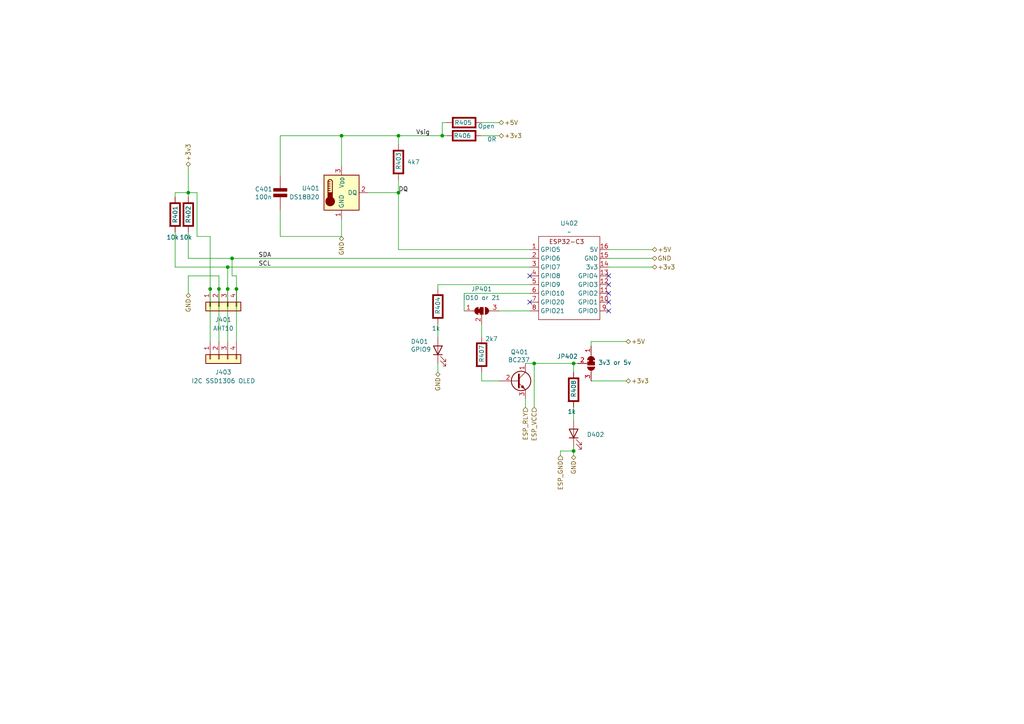
<source format=kicad_sch>
(kicad_sch (version 20231120) (generator "eeschema") (generator_version "8.0")
  (paper "A4")
  (lib_symbols
    (symbol "Connector_Generic:Conn_01x04" (pin_names (offset 1.016) hide)
      (property "Reference" "J" (at 0 5.08 0))
      (property "Value" "Conn_01x04" (at 0 -7.62 0))
      (symbol "Conn_01x04_1_1"
        (rectangle (start -1.27 -4.953) (end 0 -5.207) (stroke (width 0.1524)))
        (rectangle (start -1.27 -2.413) (end 0 -2.667) (stroke (width 0.1524)))
        (rectangle (start -1.27 0.127) (end 0 -0.127) (stroke (width 0.1524)))
        (rectangle (start -1.27 2.667) (end 0 2.413) (stroke (width 0.1524)))
        (rectangle (start -1.27 3.81) (end 1.27 -6.35) (stroke (width 0.254)) (fill (type background)))
        (pin passive line (at -5.08 2.54 0) (length 3.81) (name "Pin_1") (number "1"))
        (pin passive line (at -5.08 0 0) (length 3.81) (name "Pin_2") (number "2"))
        (pin passive line (at -5.08 -2.54 0) (length 3.81) (name "Pin_3") (number "3"))
        (pin passive line (at -5.08 -5.08 0) (length 3.81) (name "Pin_4") (number "4"))
      )
    )
    (symbol "Device:LED" (pin_numbers hide) (pin_names (offset 1.016) hide)
      (property "Reference" "D" (at 0 2.54 0))
      (property "Value" "LED" (at 0 -2.54 0))
      (symbol "LED_0_1"
        (polyline (pts (xy -1.27 -1.27) (xy -1.27 1.27)) (stroke (width 0.254)))
        (polyline (pts (xy -1.27 0) (xy 1.27 0)))
        (polyline (pts (xy 1.27 -1.27) (xy 1.27 1.27) (xy -1.27 0) (xy 1.27 -1.27)) (stroke (width 0.254)))
        (polyline (pts (xy -3.048 -0.762) (xy -4.572 -2.286) (xy -3.81 -2.286) (xy -4.572 -2.286) (xy -4.572 -1.524)))
        (polyline (pts (xy -1.778 -0.762) (xy -3.302 -2.286) (xy -2.54 -2.286) (xy -3.302 -2.286) (xy -3.302 -1.524)))
      )
      (symbol "LED_1_1"
        (pin passive line (at -3.81 0 0) (length 2.54) (name "K") (number "1"))
        (pin passive line (at 3.81 0 180) (length 2.54) (name "A") (number "2"))
      )
    )
    (symbol "Jumper:SolderJumper_3_Bridged12" (pin_names (offset 0) hide) (exclude_from_sim yes) (in_bom no)
      (property "Reference" "JP" (at -2.54 -2.54 0))
      (property "Value" "SolderJumper_3_Bridged12" (at 0 2.794 0))
      (symbol "SolderJumper_3_Bridged12_0_1"
        (rectangle (start -1.016 0.508) (end -0.508 -0.508) (fill (type outline)))
        (arc (start -1.016 1.016) (mid -2.0276 0) (end -1.016 -1.016))
        (arc (start -1.016 1.016) (mid -2.0276 0) (end -1.016 -1.016) (fill (type outline)))
        (rectangle (start -0.508 1.016) (end 0.508 -1.016) (fill (type outline)))
        (polyline (pts (xy -2.54 0) (xy -2.032 0)))
        (polyline (pts (xy -1.016 1.016) (xy -1.016 -1.016)))
        (polyline (pts (xy 0 -1.27) (xy 0 -1.016)))
        (polyline (pts (xy 1.016 1.016) (xy 1.016 -1.016)))
        (polyline (pts (xy 2.54 0) (xy 2.032 0)))
        (arc (start 1.016 -1.016) (mid 2.0276 0) (end 1.016 1.016))
        (arc (start 1.016 -1.016) (mid 2.0276 0) (end 1.016 1.016) (fill (type outline)))
      )
      (symbol "SolderJumper_3_Bridged12_1_1"
        (pin passive line (at -5.08 0 0) (length 2.54) (name "A") (number "1"))
        (pin passive line (at 0 -3.81 90) (length 2.54) (name "C") (number "2"))
        (pin passive line (at 5.08 0 180) (length 2.54) (name "B") (number "3"))
      )
    )
    (symbol "PCM_Elektuur:C" (pin_numbers hide) (pin_names (offset 0) hide)
      (property "Reference" "C" (at 0.635 3.175 0))
      (property "Value" "C" (at 0.635 -3.175 0))
      (symbol "C_1_1"
        (rectangle (start -1.905 -0.4318) (end 1.905 -1.1938) (stroke (width 0.254)) (fill (type outline)))
        (rectangle (start -1.905 1.1938) (end 1.905 0.4318) (stroke (width 0.254)) (fill (type outline)))
        (pin passive line (at 0 5.08 270) (length 3.8862) (name "+") (number "1"))
        (pin passive line (at 0 -5.08 90) (length 3.8862) (name "-") (number "2"))
      )
      (symbol "C_1_2"
        (polyline (pts (xy -1.905 -1.4986) (xy 1.905 -1.4986) (xy 1.905 -0.4318) (xy -1.905 -0.4318) (xy -1.905 -1.4986) (xy -1.8034 -1.397) (xy -1.8034 -0.5334) (xy 1.8034 -0.5334) (xy 1.8034 -1.397) (xy -1.8034 -1.397) (xy -1.905 -1.4986)) (stroke (width 0.254)) (fill (type outline)))
        (polyline (pts (xy -1.905 0.4318) (xy 1.905 0.4318) (xy 1.905 1.4986) (xy -1.905 1.4986) (xy -1.905 0.4318) (xy -1.8034 0.5334) (xy -1.8034 1.397) (xy 1.8034 1.397) (xy 1.8034 0.5334) (xy -1.8034 0.5334) (xy -1.905 0.4318)) (stroke (width 0.254)) (fill (type outline)))
        (pin passive line (at 0 5.08 270) (length 3.5814) (name "+") (number "1"))
        (pin passive line (at 0 -5.08 90) (length 3.5814) (name "-") (number "2"))
      )
    )
    (symbol "PCM_Elektuur:R" (pin_numbers hide) (pin_names (offset 0) hide)
      (property "Reference" "R" (at 2.54 3.175 0))
      (property "Value" "R" (at 0 0 90))
      (symbol "R_1_1"
        (polyline (pts (xy -1.524 -3.429) (xy 1.524 -3.429) (xy 1.524 3.429) (xy -1.524 3.429) (xy -1.524 -3.429) (xy -1.27 -3.175) (xy -1.27 3.175) (xy 1.27 3.175) (xy 1.27 -3.175) (xy -1.27 -3.175) (xy -1.524 -3.429)) (stroke (width 0.254)) (fill (type outline)))
        (pin passive line (at 0 5.08 270) (length 1.651) (name "+") (number "1"))
        (pin passive line (at 0 -5.08 90) (length 1.651) (name "-") (number "2"))
      )
      (symbol "R_1_2"
        (polyline (pts (xy -0.508 -3.429) (xy 1.524 -3.429) (xy 1.524 3.429) (xy -0.508 3.429) (xy -0.508 3.175) (xy 1.27 3.175) (xy 1.27 -3.175) (xy -0.508 -3.175) (xy -0.508 -3.429)) (stroke (width 0.254)) (fill (type outline)))
        (pin passive line (at 0 5.08 270) (length 1.651) (name "+") (number "1"))
        (pin passive line (at 0 -5.08 90) (length 1.651) (name "-") (number "2"))
      )
      (symbol "R_1_3"
        (polyline (pts (xy 0 3.4798) (xy 0 3.2004) (xy 0.7112 2.794) (xy -1.1938 1.6764) (xy 0.7112 0.5588) (xy -1.1938 -0.5588) (xy 0.7112 -1.6764) (xy -1.1938 -2.794) (xy 0 -3.4798) (xy 0 -3.2004) (xy -0.7112 -2.794) (xy 1.1938 -1.6764) (xy -0.7112 -0.5588) (xy 1.1938 0.5588) (xy -0.7112 1.6764) (xy 1.1938 2.794) (xy 0 3.4798)) (stroke (width 0.254)) (fill (type outline)))
        (pin passive line (at 0 5.08 270) (length 1.6002) (name "+") (number "1"))
        (pin passive line (at 0 -5.08 90) (length 1.6002) (name "-") (number "2"))
      )
      (symbol "R_1_4"
        (polyline (pts (xy 0 4.5466) (xy 0 4.2672) (xy 0.0508 4.2418) (xy 1.016 3.683) (xy -1.524 2.2098) (xy 1.016 0.7366) (xy -1.524 -0.7366) (xy 1.016 -2.2098) (xy -1.524 -3.683) (xy -0.0762 -4.5212) (xy 0 -4.5466) (xy 0 -4.2672) (xy -0.0508 -4.2418) (xy -1.016 -3.683) (xy 1.524 -2.2098) (xy -1.016 -0.7366) (xy 1.524 0.7366) (xy -1.016 2.2098) (xy 1.524 3.683) (xy 0.0762 4.5212) (xy 0 4.5466)) (stroke (width 0.254)) (fill (type outline)))
        (pin passive line (at 0 5.08 270) (length 0.5334) (name "+") (number "1"))
        (pin passive line (at 0 -5.08 90) (length 0.5334) (name "-") (number "2"))
      )
    )
    (symbol "Sensor_Temperature:DS18B20"
      (property "Reference" "U" (at -3.81 6.35 0))
      (property "Value" "DS18B20" (at 6.35 6.35 0))
      (symbol "DS18B20_0_1"
        (rectangle (start -5.08 5.08) (end 5.08 -5.08) (stroke (width 0.254)) (fill (type background)))
        (circle (center -3.302 -2.54) (radius 1.27) (stroke (width 0.254)) (fill (type outline)))
        (rectangle (start -2.667 -1.905) (end -3.937 0) (stroke (width 0.254)) (fill (type outline)))
        (arc (start -2.667 3.175) (mid -3.302 3.8073) (end -3.937 3.175) (stroke (width 0.254)))
        (polyline (pts (xy -3.937 0.635) (xy -3.302 0.635)) (stroke (width 0.254)))
        (polyline (pts (xy -3.937 1.27) (xy -3.302 1.27)) (stroke (width 0.254)))
        (polyline (pts (xy -3.937 1.905) (xy -3.302 1.905)) (stroke (width 0.254)))
        (polyline (pts (xy -3.937 2.54) (xy -3.302 2.54)) (stroke (width 0.254)))
        (polyline (pts (xy -3.937 3.175) (xy -3.937 0)) (stroke (width 0.254)))
        (polyline (pts (xy -3.937 3.175) (xy -3.302 3.175)) (stroke (width 0.254)))
        (polyline (pts (xy -2.667 3.175) (xy -2.667 0)) (stroke (width 0.254)))
      )
      (symbol "DS18B20_1_1"
        (pin power_in line (at 0 -7.62 90) (length 2.54) (name "GND") (number "1"))
        (pin bidirectional line (at 7.62 0 180) (length 2.54) (name "DQ") (number "2"))
        (pin power_in line (at 0 7.62 270) (length 2.54) (name "V_{DD}") (number "3"))
      )
    )
    (symbol "Transistor_BJT:BC547" (pin_names (offset 0) hide)
      (property "Reference" "Q" (at 5.08 1.905 0))
      (property "Value" "BC547" (at 5.08 0 0))
      (symbol "BC547_0_1"
        (polyline (pts (xy 0 0) (xy 0.635 0)))
        (polyline (pts (xy 0.635 0.635) (xy 2.54 2.54)))
        (polyline (pts (xy 0.635 -0.635) (xy 2.54 -2.54) (xy 2.54 -2.54)))
        (polyline (pts (xy 0.635 1.905) (xy 0.635 -1.905) (xy 0.635 -1.905)) (stroke (width 0.508)))
        (polyline (pts (xy 1.27 -1.778) (xy 1.778 -1.27) (xy 2.286 -2.286) (xy 1.27 -1.778) (xy 1.27 -1.778)) (fill (type outline)))
        (circle (center 1.27 0) (radius 2.8194) (stroke (width 0.254)))
      )
      (symbol "BC547_1_1"
        (pin passive line (at 2.54 5.08 270) (length 2.54) (name "C") (number "1"))
        (pin input line (at -5.08 0 0) (length 5.08) (name "B") (number "2"))
        (pin passive line (at 2.54 -5.08 90) (length 2.54) (name "E") (number "3"))
      )
    )
    (symbol "wemos_mini:ESP32-C3_SuperMini"
      (property "Reference" "U" (at 0 2.286 0))
      (symbol "ESP32-C3_SuperMini_0_1"
        (rectangle (start -8.89 1.27) (end 8.89 -22.86))
      )
      (symbol "ESP32-C3_SuperMini_1_1"
        (text "ESP32-C3" (at -0.762 -0.254 0) (effects (font (size 1.27 1.27))))
        (pin bidirectional line (at -11.43 -2.54 0) (length 2.54) (name "GPIO5") (number "1"))
        (pin bidirectional line (at 11.43 -17.78 180) (length 2.54) (name "GPIO1") (number "10"))
        (pin bidirectional line (at 11.43 -15.24 180) (length 2.54) (name "GPIO2") (number "11"))
        (pin bidirectional line (at 11.43 -12.7 180) (length 2.54) (name "GPIO3") (number "12"))
        (pin power_out line (at 11.43 -10.16 180) (length 2.54) (name "GPIO4") (number "13"))
        (pin power_out line (at 11.43 -7.62 180) (length 2.54) (name "3v3") (number "14"))
        (pin power_in line (at 11.43 -5.08 180) (length 2.54) (name "GND") (number "15"))
        (pin power_in line (at 11.43 -2.54 180) (length 2.54) (name "5V") (number "16"))
        (pin bidirectional line (at -11.43 -5.08 0) (length 2.54) (name "GPIO6") (number "2"))
        (pin bidirectional line (at -11.43 -7.62 0) (length 2.54) (name "GPIO7") (number "3"))
        (pin bidirectional line (at -11.43 -10.16 0) (length 2.54) (name "GPIO8") (number "4"))
        (pin bidirectional line (at -11.43 -12.7 0) (length 2.54) (name "GPIO9") (number "5"))
        (pin bidirectional line (at -11.43 -15.24 0) (length 2.54) (name "GPIO10") (number "6"))
        (pin bidirectional line (at -11.43 -17.78 0) (length 2.54) (name "GPIO20") (number "7"))
        (pin bidirectional line (at -11.43 -20.32 0) (length 2.54) (name "GPIO21") (number "8"))
        (pin bidirectional line (at 11.43 -20.32 180) (length 2.54) (name "GPIO0") (number "9"))
      )
    )
  )
  (junction (at 66.04 77.47))
  (junction (at 68.58 83.82))
  (junction (at 66.04 83.82))
  (junction (at 115.57 39.37))
  (junction (at 154.94 105.41))
  (junction (at 166.37 130.81))
  (junction (at 60.96 83.82))
  (junction (at 115.57 55.88))
  (junction (at 63.5 83.82))
  (junction (at 128.27 39.37))
  (junction (at 99.06 39.37))
  (junction (at 166.37 105.41))
  (junction (at 54.61 55.88))
  (junction (at 67.31 74.93))
  (no_connect (at 153.67 87.63))
  (no_connect (at 176.53 85.09))
  (no_connect (at 176.53 82.55))
  (no_connect (at 176.53 90.17))
  (no_connect (at 153.67 80.01))
  (no_connect (at 176.53 87.63))
  (no_connect (at 176.53 80.01))
  (wire (pts (xy 54.61 80.01) (xy 63.5 80.01)))
  (wire (pts (xy 115.57 72.39) (xy 115.57 55.88)))
  (wire (pts (xy 50.8 55.88) (xy 50.8 57.15)))
  (wire (pts (xy 68.58 80.01) (xy 68.58 83.82)))
  (wire (pts (xy 129.54 35.56) (xy 128.27 35.56)))
  (wire (pts (xy 57.15 55.88) (xy 57.15 68.58)))
  (wire (pts (xy 66.04 77.47) (xy 153.67 77.47)))
  (wire (pts (xy 144.78 90.17) (xy 153.67 90.17)))
  (wire (pts (xy 127 82.55) (xy 127 83.82)))
  (wire (pts (xy 171.45 99.06) (xy 171.45 100.33)))
  (wire (pts (xy 66.04 83.82) (xy 66.04 99.06)))
  (wire (pts (xy 154.94 105.41) (xy 154.94 118.11)))
  (wire (pts (xy 139.7 110.49) (xy 139.7 107.95)))
  (wire (pts (xy 115.57 52.07) (xy 115.57 55.88)))
  (wire (pts (xy 54.61 74.93) (xy 67.31 74.93)))
  (wire (pts (xy 68.58 80.01) (xy 67.31 80.01)))
  (wire (pts (xy 166.37 105.41) (xy 167.64 105.41)))
  (wire (pts (xy 127 93.98) (xy 127 97.79)))
  (wire (pts (xy 66.04 77.47) (xy 66.04 83.82)))
  (wire (pts (xy 162.56 132.08) (xy 162.56 130.81)))
  (wire (pts (xy 128.27 39.37) (xy 129.54 39.37)))
  (wire (pts (xy 67.31 74.93) (xy 153.67 74.93)))
  (wire (pts (xy 181.61 110.49) (xy 171.45 110.49)))
  (wire (pts (xy 99.06 39.37) (xy 115.57 39.37)))
  (wire (pts (xy 99.06 39.37) (xy 99.06 48.26)))
  (wire (pts (xy 81.28 50.8) (xy 81.28 39.37)))
  (wire (pts (xy 60.96 83.82) (xy 60.96 99.06)))
  (wire (pts (xy 181.61 99.06) (xy 171.45 99.06)))
  (wire (pts (xy 60.96 83.82) (xy 60.96 68.58)))
  (wire (pts (xy 166.37 118.11) (xy 166.37 121.92)))
  (wire (pts (xy 50.8 55.88) (xy 54.61 55.88)))
  (wire (pts (xy 67.31 80.01) (xy 67.31 74.93)))
  (wire (pts (xy 54.61 48.26) (xy 54.61 55.88)))
  (wire (pts (xy 152.4 105.41) (xy 154.94 105.41)))
  (wire (pts (xy 50.8 67.31) (xy 50.8 77.47)))
  (wire (pts (xy 54.61 55.88) (xy 54.61 57.15)))
  (wire (pts (xy 166.37 130.81) (xy 166.37 132.08)))
  (wire (pts (xy 162.56 130.81) (xy 166.37 130.81)))
  (wire (pts (xy 115.57 39.37) (xy 128.27 39.37)))
  (wire (pts (xy 63.5 80.01) (xy 63.5 83.82)))
  (wire (pts (xy 81.28 68.58) (xy 99.06 68.58)))
  (wire (pts (xy 81.28 39.37) (xy 99.06 39.37)))
  (wire (pts (xy 152.4 118.11) (xy 152.4 115.57)))
  (wire (pts (xy 106.68 55.88) (xy 115.57 55.88)))
  (wire (pts (xy 57.15 68.58) (xy 60.96 68.58)))
  (wire (pts (xy 115.57 39.37) (xy 115.57 41.91)))
  (wire (pts (xy 54.61 55.88) (xy 57.15 55.88)))
  (wire (pts (xy 54.61 85.09) (xy 54.61 80.01)))
  (wire (pts (xy 176.53 77.47) (xy 189.23 77.47)))
  (wire (pts (xy 176.53 72.39) (xy 189.23 72.39)))
  (wire (pts (xy 153.67 82.55) (xy 127 82.55)))
  (wire (pts (xy 128.27 35.56) (xy 128.27 39.37)))
  (wire (pts (xy 127 105.41) (xy 127 107.95)))
  (wire (pts (xy 144.78 110.49) (xy 139.7 110.49)))
  (wire (pts (xy 144.78 35.56) (xy 139.7 35.56)))
  (wire (pts (xy 63.5 83.82) (xy 63.5 99.06)))
  (wire (pts (xy 115.57 72.39) (xy 153.67 72.39)))
  (wire (pts (xy 134.62 90.17) (xy 134.62 85.09)))
  (wire (pts (xy 166.37 129.54) (xy 166.37 130.81)))
  (wire (pts (xy 54.61 67.31) (xy 54.61 74.93)))
  (wire (pts (xy 139.7 93.98) (xy 139.7 97.79)))
  (wire (pts (xy 154.94 105.41) (xy 166.37 105.41)))
  (wire (pts (xy 81.28 60.96) (xy 81.28 68.58)))
  (wire (pts (xy 176.53 74.93) (xy 189.23 74.93)))
  (wire (pts (xy 139.7 39.37) (xy 144.78 39.37)))
  (wire (pts (xy 134.62 85.09) (xy 153.67 85.09)))
  (wire (pts (xy 50.8 77.47) (xy 66.04 77.47)))
  (wire (pts (xy 68.58 83.82) (xy 68.58 99.06)))
  (wire (pts (xy 99.06 63.5) (xy 99.06 68.58)))
  (wire (pts (xy 166.37 105.41) (xy 166.37 107.95)))
  (label "SCL" (at 74.93 77.47 0))
  (label "Vsig" (at 120.65 39.37 0))
  (label "DQ" (at 115.57 55.88 0))
  (label "SDA" (at 74.93 74.93 0))
  (hierarchical_label "+3v3" (shape bidirectional) (at 189.23 77.47 0))
  (hierarchical_label "GND" (shape bidirectional) (at 166.37 132.08 270))
  (hierarchical_label "GND" (shape bidirectional) (at 127 107.95 270))
  (hierarchical_label "GND" (shape bidirectional) (at 189.23 74.93 0))
  (hierarchical_label "+5V" (shape bidirectional) (at 189.23 72.39 0))
  (hierarchical_label "ESP_VCC" (shape input) (at 154.94 118.11 270))
  (hierarchical_label "+3v3" (shape bidirectional) (at 54.61 48.26 90))
  (hierarchical_label "+3v3" (shape bidirectional) (at 181.61 110.49 0))
  (hierarchical_label "ESP_RLY" (shape input) (at 152.4 118.11 270))
  (hierarchical_label "+3v3" (shape bidirectional) (at 144.78 39.37 0))
  (hierarchical_label "GND" (shape bidirectional) (at 99.06 68.58 270))
  (hierarchical_label "+5V" (shape bidirectional) (at 181.61 99.06 0))
  (hierarchical_label "+5V" (shape bidirectional) (at 144.78 35.56 0))
  (hierarchical_label "ESP_GND" (shape input) (at 162.56 132.08 270))
  (hierarchical_label "GND" (shape bidirectional) (at 54.61 85.09 270))
  (symbol (lib_id "PCM_Elektuur:R") (at 139.7 102.87 0) (unit 1)
    (property "Reference" "R407" (at 139.7 105.156 90) (effects (justify left)))
    (property "Value" "2k7" (at 140.716 98.298 0) (effects (justify left)))
    (property "Footprint" "Resistor_SMD:R_0805_2012Metric" (effects (hide yes)))
    (property "Description" "resistor" (effects (hide yes)))
    (property "Indicator" "+" (effects (hide yes)))
    (property "Rating" "W" (effects (hide yes)))
  )
  (symbol (lib_id "Jumper:SolderJumper_3_Bridged12") (at 139.7 90.17 0) (unit 1) (exclude_from_sim yes) (in_bom no)
    (property "Reference" "JP401" (at 139.7 83.82 0))
    (property "Value" "IO10 or 21" (at 139.7 86.36 0))
    (property "Footprint" "Jumper:SolderJumper-3_P1.3mm_Bridged12_RoundedPad1.0x1.5mm_NumberLabels" (effects (hide yes)))
    (property "Description" "3-pole Solder Jumper, pins 1+2 closed/bridged" (effects (hide yes)))
  )
  (symbol (lib_id "Connector_Generic:Conn_01x04") (at 63.5 104.14 90) (mirror x) (unit 1)
    (property "Reference" "J403" (at 64.77 107.95 90))
    (property "Value" "I2C SSD1306 OLED" (at 64.77 110.49 90))
    (property "Footprint" "AJ_SSD1306_OLED:128x64OLED" (effects (hide yes)))
    (property "Description" "Generic connector, single row, 01x04, script generated (kicad-library-utils/schlib/autogen/connector/)" (effects (hide yes)))
  )
  (symbol (lib_id "Device:LED") (at 127 101.6 90) (unit 1)
    (property "Reference" "D401" (at 119.126 99.06 90) (effects (justify right)))
    (property "Value" "GPIO9" (at 119.126 101.346 90) (effects (justify right)))
    (property "Footprint" "LED_THT:LED_D3.0mm" (effects (hide yes)))
    (property "Description" "Light emitting diode" (effects (hide yes)))
  )
  (symbol (lib_id "PCM_Elektuur:R") (at 134.62 39.37 90) (unit 1)
    (property "Reference" "R406" (at 136.652 39.37 90) (effects (justify left)))
    (property "Value" "0R" (at 144.018 40.386 90) (effects (justify left)))
    (property "Footprint" "Resistor_SMD:R_0805_2012Metric" (effects (hide yes)))
    (property "Description" "resistor" (effects (hide yes)))
    (property "Indicator" "+" (effects (hide yes)))
    (property "Rating" "W" (effects (hide yes)))
  )
  (symbol (lib_id "Connector_Generic:Conn_01x04") (at 63.5 88.9 90) (mirror x) (unit 1)
    (property "Reference" "J401" (at 64.77 92.71 90))
    (property "Value" "AHT10" (at 64.77 95.25 90))
    (property "Footprint" "PCM_4ms_Connector:Pins_1x04_2.54mm_TH" (effects (hide yes)))
    (property "Description" "Generic connector, single row, 01x04, script generated (kicad-library-utils/schlib/autogen/connector/)" (effects (hide yes)))
  )
  (symbol (lib_id "PCM_Elektuur:R") (at 50.8 62.23 0) (unit 1)
    (property "Reference" "R401" (at 50.8 64.77 90) (effects (justify left)))
    (property "Value" "10k" (at 48.26 68.834 0) (effects (justify left)))
    (property "Footprint" "Resistor_SMD:R_0805_2012Metric" (effects (hide yes)))
    (property "Description" "resistor" (effects (hide yes)))
    (property "Indicator" "+" (effects (hide yes)))
    (property "Rating" "W" (effects (hide yes)))
  )
  (symbol (lib_id "PCM_Elektuur:R") (at 166.37 113.03 0) (unit 1)
    (property "Reference" "R408" (at 166.37 115.316 90) (effects (justify left)))
    (property "Value" "1k" (at 164.592 119.38 0) (effects (justify left)))
    (property "Footprint" "Resistor_SMD:R_0805_2012Metric" (effects (hide yes)))
    (property "Description" "resistor" (effects (hide yes)))
    (property "Indicator" "+" (effects (hide yes)))
    (property "Rating" "W" (effects (hide yes)))
  )
  (symbol (lib_id "wemos_mini:ESP32-C3_SuperMini") (at 165.1 69.85 0) (unit 1)
    (property "Reference" "U402" (at 165.1 64.77 0))
    (property "Value" "~" (at 165.1 67.31 0))
    (property "Footprint" "AJ_2024_Library:ESP32-C3-Supermini" (effects (hide yes)))
  )
  (symbol (lib_id "PCM_Elektuur:R") (at 115.57 46.99 0) (unit 1)
    (property "Reference" "R403" (at 115.57 49.276 90) (effects (justify left)))
    (property "Value" "4k7" (at 118.11 46.99 0) (effects (justify left)))
    (property "Footprint" "Resistor_SMD:R_0805_2012Metric" (effects (hide yes)))
    (property "Description" "resistor" (effects (hide yes)))
    (property "Indicator" "+" (effects (hide yes)))
    (property "Rating" "W" (effects (hide yes)))
  )
  (symbol (lib_id "Jumper:SolderJumper_3_Bridged12") (at 171.45 105.41 270) (unit 1) (exclude_from_sim yes) (in_bom no)
    (property "Reference" "JP402" (at 164.592 103.378 90))
    (property "Value" "3v3 or 5v" (at 178.308 105.156 90))
    (property "Footprint" "Jumper:SolderJumper-3_P1.3mm_Bridged12_RoundedPad1.0x1.5mm_NumberLabels" (effects (hide yes)))
    (property "Description" "3-pole Solder Jumper, pins 1+2 closed/bridged" (effects (hide yes)))
  )
  (symbol (lib_id "PCM_Elektuur:R") (at 54.61 62.23 0) (unit 1)
    (property "Reference" "R402" (at 54.61 64.77 90) (effects (justify left)))
    (property "Value" "10k" (at 52.07 68.834 0) (effects (justify left)))
    (property "Footprint" "Resistor_SMD:R_0805_2012Metric" (effects (hide yes)))
    (property "Description" "resistor" (effects (hide yes)))
    (property "Indicator" "+" (effects (hide yes)))
    (property "Rating" "W" (effects (hide yes)))
  )
  (symbol (lib_id "PCM_Elektuur:C") (at 81.28 55.88 0) (unit 1)
    (property "Reference" "C401" (at 73.914 54.864 0) (effects (justify left)))
    (property "Value" "100n" (at 73.914 57.15 0) (effects (justify left)))
    (property "Footprint" "Capacitor_SMD:C_0805_2012Metric" (effects (hide yes)))
    (property "Description" "capacitor, non-polarized/bipolar" (effects (hide yes)))
    (property "Indicator" "+" (effects (hide yes)))
    (property "Rating" "V" (effects (hide yes)))
  )
  (symbol (lib_id "PCM_Elektuur:R") (at 127 88.9 0) (unit 1)
    (property "Reference" "R404" (at 127 91.186 90) (effects (justify left)))
    (property "Value" "1k" (at 125.222 95.25 0) (effects (justify left)))
    (property "Footprint" "Resistor_SMD:R_0805_2012Metric" (effects (hide yes)))
    (property "Description" "resistor" (effects (hide yes)))
    (property "Indicator" "+" (effects (hide yes)))
    (property "Rating" "W" (effects (hide yes)))
  )
  (symbol (lib_id "Sensor_Temperature:DS18B20") (at 99.06 55.88 0) (unit 1)
    (property "Reference" "U401" (at 92.71 54.6099 0) (effects (justify right)))
    (property "Value" "DS18B20" (at 92.71 57.1499 0) (effects (justify right)))
    (property "Footprint" "Package_TO_SOT_THT:TO-92_Inline" (effects (hide yes)))
    (property "Datasheet" "http://datasheets.maximintegrated.com/en/ds/DS18B20.pdf" (effects (hide yes)))
    (property "Description" "Programmable Resolution 1-Wire Digital Thermometer TO-92" (effects (hide yes)))
  )
  (symbol (lib_id "Device:LED") (at 166.37 125.73 90) (unit 1)
    (property "Reference" "D402" (at 170.18 126.0474 90) (effects (justify right)))
    (property "Value" "PWR" (effects (hide yes)))
    (property "Footprint" "LED_THT:LED_D3.0mm" (effects (hide yes)))
    (property "Description" "Light emitting diode" (effects (hide yes)))
  )
  (symbol (lib_id "PCM_Elektuur:R") (at 134.62 35.56 90) (unit 1)
    (property "Reference" "R405" (at 136.906 35.56 90) (effects (justify left)))
    (property "Value" "Open" (at 143.51 36.576 90) (effects (justify left)))
    (property "Footprint" "Resistor_SMD:R_0805_2012Metric" (effects (hide yes)))
    (property "Description" "resistor" (effects (hide yes)))
    (property "Indicator" "+" (effects (hide yes)))
    (property "Rating" "W" (effects (hide yes)))
  )
  (symbol (lib_id "Transistor_BJT:BC547") (at 149.86 110.49 0) (unit 1)
    (property "Reference" "Q401" (at 148.082 102.108 0) (effects (justify left)))
    (property "Value" "BC237" (at 147.32 104.394 0) (effects (justify left)))
    (property "Footprint" "Package_TO_SOT_THT:TO-92_Inline" (effects (hide yes)))
    (property "Datasheet" "https://www.onsemi.com/pub/Collateral/BC550-D.pdf" (effects (hide yes)))
    (property "Description" "0.1A Ic, 45V Vce, Small Signal NPN Transistor, TO-92" (effects (hide yes)))
  )
)
</source>
